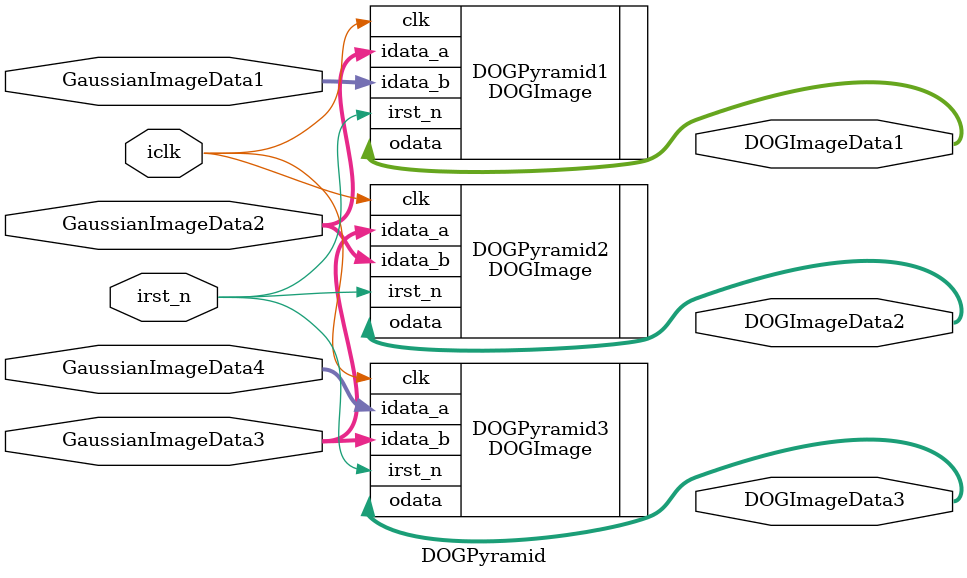
<source format=v>
`timescale 1 ps / 1 ps

module DOGPyramid (
	input             iclk,
	input             irst_n,
	input  	 [8:0]    GaussianImageData1,
	input  	 [8:0]    GaussianImageData2,
	input  	 [8:0]    GaussianImageData3,
	input  	 [8:0]    GaussianImageData4,
	output  	[8:0]    DOGImageData1,
	output  	[8:0]    DOGImageData2,
	output  	[8:0]    DOGImageData3
);

DOGImage DOGPyramid1(
  .clk(iclk),
  .irst_n(irst_n),
  .idata_a(GaussianImageData2),
  .idata_b(GaussianImageData1),
  .odata(DOGImageData1)
);

DOGImage DOGPyramid2(
  .clk(iclk),
  .irst_n(irst_n),
  .idata_a(GaussianImageData3),
  .idata_b(GaussianImageData2),
  .odata(DOGImageData2)
);

DOGImage DOGPyramid3(
  .clk(iclk),
  .irst_n(irst_n),
  .idata_a(GaussianImageData4),
  .idata_b(GaussianImageData3),
  .odata(DOGImageData3)
);

endmodule

</source>
